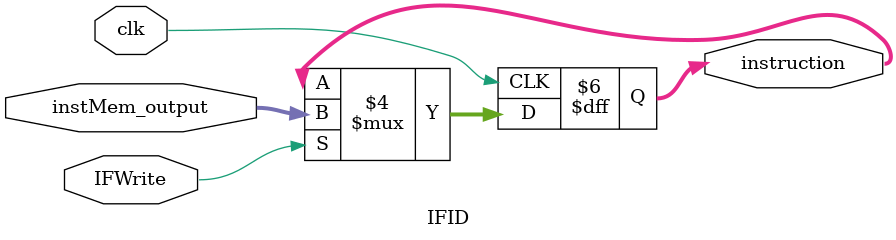
<source format=v>
`timescale 1ns / 1ps


module IFID(
    input clk,
    input [31:0] instMem_output, 
    input IFWrite, 
    output reg [31:0] instruction);
    
    initial begin
        instruction = 0; 
    end
    always @(posedge clk) begin
        if (IFWrite) instruction = instMem_output;
    end
endmodule

</source>
